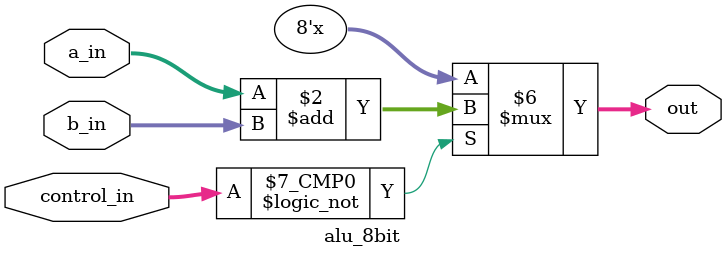
<source format=sv>
`timescale 1ns / 1ns


module alu_8bit(
    input wire [1:0] control_in,
    input wire [7:0] a_in,
    input wire [7:0] b_in,
    output reg [7:0] out
    );
    always @ *
    case (control_in)
    2'b00:    out = a_in + b_in;
    2'b01: ;
    2'b10: ;
    2'b11: ;
    endcase
    
endmodule

</source>
